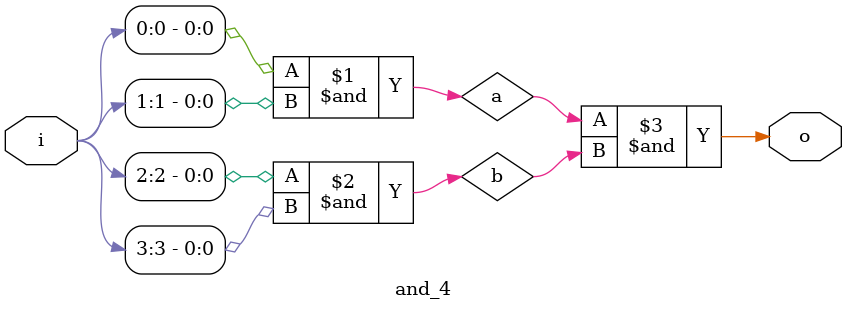
<source format=sv>
`timescale 1ns/10ps
module and_4 ( o, i);
	output logic o;
	input logic [3:0] i;
	
	logic a,b;
	
	and #0.05 (a,i[0],i[1]);
	and #0.05 (b, i[2], i[3]);
	and #0.05 (o,a,b);
endmodule 


</source>
